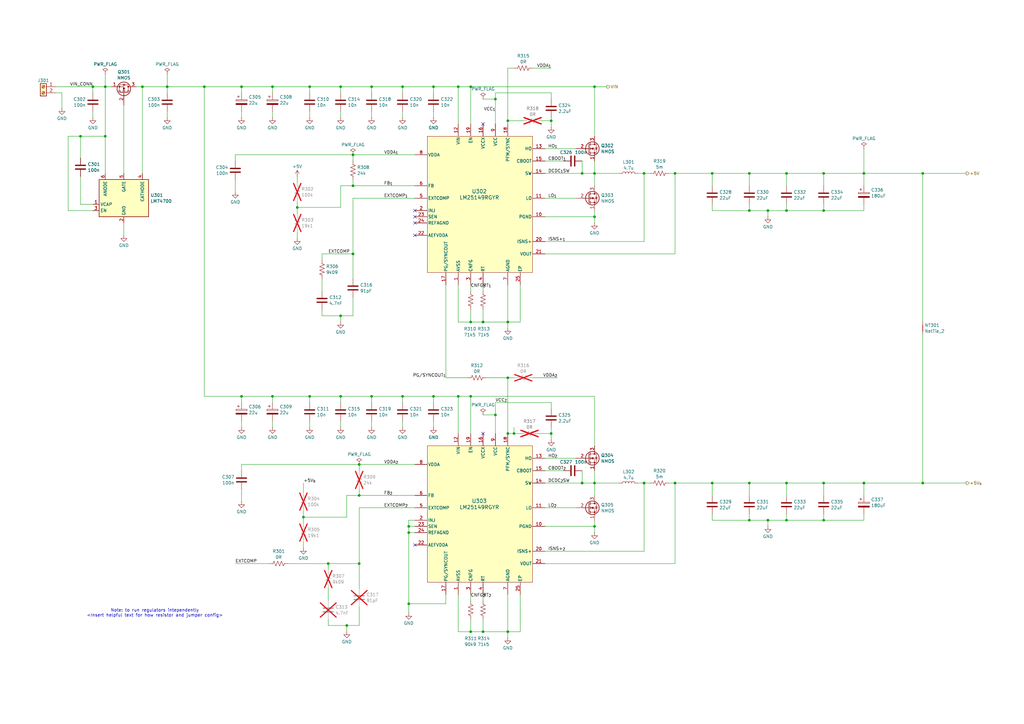
<source format=kicad_sch>
(kicad_sch (version 20231120) (generator "eeschema") (generator_version "8.0")
  (paper "A3")
  (junction (at 238.76 198.12))
  (junction (at 152.4 162.56))
  (junction (at 33.02 55.88))
  (junction (at 165.1 35.56))
  (junction (at 307.34 86.36))
  (junction (at 38.1 35.56))
  (junction (at 147.32 203.2))
  (junction (at 139.7 35.56))
  (junction (at 322.58 86.36))
  (junction (at 43.18 55.88))
  (junction (at 139.7 129.54))
  (junction (at 167.64 215.9))
  (junction (at 144.78 104.14))
  (junction (at 203.2 170.18))
  (junction (at 111.76 35.56))
  (junction (at 292.1 71.12))
  (junction (at 208.28 154.94))
  (junction (at 238.76 71.12))
  (junction (at 226.06 177.8))
  (junction (at 139.7 162.56))
  (junction (at 187.96 35.56))
  (junction (at 198.12 132.08))
  (junction (at 307.34 213.36))
  (junction (at 292.1 198.12))
  (junction (at 264.16 198.12))
  (junction (at 243.84 215.9))
  (junction (at 210.82 177.8))
  (junction (at 337.82 86.36))
  (junction (at 314.96 213.36))
  (junction (at 144.78 63.5))
  (junction (at 322.58 71.12))
  (junction (at 378.46 198.12))
  (junction (at 226.06 49.53))
  (junction (at 193.04 162.56))
  (junction (at 193.04 132.08))
  (junction (at 177.8 35.56))
  (junction (at 322.58 213.36))
  (junction (at 264.16 71.12))
  (junction (at 187.96 162.56))
  (junction (at 314.96 86.36))
  (junction (at 337.82 213.36))
  (junction (at 276.86 198.12))
  (junction (at 127 162.56))
  (junction (at 193.04 259.08))
  (junction (at 127 35.56))
  (junction (at 147.32 190.5))
  (junction (at 337.82 198.12))
  (junction (at 198.12 259.08))
  (junction (at 142.24 256.54))
  (junction (at 337.82 71.12))
  (junction (at 99.06 162.56))
  (junction (at 243.84 35.56))
  (junction (at 147.32 231.14))
  (junction (at 354.33 198.12))
  (junction (at 167.64 247.65))
  (junction (at 58.42 35.56))
  (junction (at 83.82 35.56))
  (junction (at 322.58 198.12))
  (junction (at 354.33 71.12))
  (junction (at 378.46 71.12))
  (junction (at 276.86 71.12))
  (junction (at 167.64 218.44))
  (junction (at 208.28 49.53))
  (junction (at 68.58 35.56))
  (junction (at 177.8 162.56))
  (junction (at 134.62 231.14))
  (junction (at 243.84 198.12))
  (junction (at 203.2 40.64))
  (junction (at 165.1 162.56))
  (junction (at 243.84 71.12))
  (junction (at 208.28 132.08))
  (junction (at 99.06 35.56))
  (junction (at 208.28 177.8))
  (junction (at 152.4 35.56))
  (junction (at 243.84 88.9))
  (junction (at 124.46 212.09))
  (junction (at 43.18 35.56))
  (junction (at 307.34 198.12))
  (junction (at 144.78 76.2))
  (junction (at 208.28 259.08))
  (junction (at 111.76 162.56))
  (junction (at 193.04 35.56))
  (junction (at 121.92 85.09))
  (junction (at 307.34 71.12))
  (no_connect (at 170.18 88.9))
  (no_connect (at 170.18 91.44))
  (no_connect (at 170.18 96.52))
  (no_connect (at 170.18 223.52))
  (no_connect (at 198.12 50.8))
  (no_connect (at 198.12 177.8))
  (no_connect (at 170.18 86.36))
  (wire (pts (xy 243.84 218.44) (xy 243.84 215.9)))
  (wire (pts (xy 124.46 222.25) (xy 124.46 224.79)))
  (wire (pts (xy 25.4 38.1) (xy 25.4 44.45)))
  (wire (pts (xy 223.52 215.9) (xy 243.84 215.9)))
  (wire (pts (xy 33.02 55.88) (xy 43.18 55.88)))
  (wire (pts (xy 322.58 213.36) (xy 314.96 213.36)))
  (wire (pts (xy 165.1 35.56) (xy 165.1 38.1)))
  (wire (pts (xy 182.88 116.84) (xy 182.88 154.94)))
  (wire (pts (xy 167.64 215.9) (xy 167.64 218.44)))
  (wire (pts (xy 198.12 170.18) (xy 203.2 170.18)))
  (wire (pts (xy 134.62 231.14) (xy 147.32 231.14)))
  (wire (pts (xy 187.96 162.56) (xy 177.8 162.56)))
  (wire (pts (xy 264.16 226.06) (xy 223.52 226.06)))
  (wire (pts (xy 223.52 104.14) (xy 276.86 104.14)))
  (wire (pts (xy 307.34 86.36) (xy 314.96 86.36)))
  (wire (pts (xy 139.7 45.72) (xy 139.7 48.26)))
  (wire (pts (xy 152.4 35.56) (xy 152.4 38.1)))
  (wire (pts (xy 134.62 256.54) (xy 134.62 254)))
  (wire (pts (xy 139.7 132.08) (xy 139.7 129.54)))
  (wire (pts (xy 68.58 35.56) (xy 83.82 35.56)))
  (wire (pts (xy 322.58 83.82) (xy 322.58 86.36)))
  (wire (pts (xy 213.36 116.84) (xy 213.36 132.08)))
  (wire (pts (xy 68.58 45.72) (xy 68.58 48.26)))
  (wire (pts (xy 264.16 99.06) (xy 223.52 99.06)))
  (wire (pts (xy 127 172.72) (xy 127 175.26)))
  (wire (pts (xy 147.32 208.28) (xy 147.32 231.14)))
  (wire (pts (xy 83.82 162.56) (xy 83.82 35.56)))
  (wire (pts (xy 38.1 45.72) (xy 38.1 48.26)))
  (wire (pts (xy 198.12 259.08) (xy 193.04 259.08)))
  (wire (pts (xy 144.78 73.66) (xy 144.78 76.2)))
  (wire (pts (xy 292.1 86.36) (xy 307.34 86.36)))
  (wire (pts (xy 223.52 208.28) (xy 236.22 208.28)))
  (wire (pts (xy 238.76 198.12) (xy 243.84 198.12)))
  (wire (pts (xy 165.1 172.72) (xy 165.1 175.26)))
  (wire (pts (xy 127 162.56) (xy 139.7 162.56)))
  (wire (pts (xy 99.06 35.56) (xy 99.06 38.1)))
  (wire (pts (xy 208.28 27.94) (xy 208.28 49.53)))
  (wire (pts (xy 226.06 49.53) (xy 226.06 52.07)))
  (wire (pts (xy 193.04 116.84) (xy 193.04 119.38)))
  (wire (pts (xy 127 35.56) (xy 139.7 35.56)))
  (wire (pts (xy 198.12 132.08) (xy 208.28 132.08)))
  (wire (pts (xy 121.92 82.55) (xy 121.92 85.09)))
  (wire (pts (xy 177.8 172.72) (xy 177.8 175.26)))
  (wire (pts (xy 132.08 114.3) (xy 132.08 119.38)))
  (wire (pts (xy 165.1 35.56) (xy 177.8 35.56)))
  (wire (pts (xy 238.76 71.12) (xy 243.84 71.12)))
  (wire (pts (xy 68.58 30.48) (xy 68.58 35.56)))
  (wire (pts (xy 99.06 190.5) (xy 147.32 190.5)))
  (wire (pts (xy 147.32 256.54) (xy 147.32 248.92)))
  (wire (pts (xy 134.62 233.68) (xy 134.62 231.14)))
  (wire (pts (xy 243.84 193.04) (xy 243.84 198.12)))
  (wire (pts (xy 142.24 212.09) (xy 142.24 203.2)))
  (wire (pts (xy 55.88 35.56) (xy 58.42 35.56)))
  (wire (pts (xy 152.4 35.56) (xy 165.1 35.56)))
  (wire (pts (xy 111.76 162.56) (xy 127 162.56)))
  (wire (pts (xy 139.7 129.54) (xy 132.08 129.54)))
  (wire (pts (xy 226.06 165.1) (xy 226.06 167.64)))
  (wire (pts (xy 124.46 209.55) (xy 124.46 212.09)))
  (wire (pts (xy 147.32 193.04) (xy 147.32 190.5)))
  (wire (pts (xy 208.28 259.08) (xy 213.36 259.08)))
  (wire (pts (xy 165.1 45.72) (xy 165.1 48.26)))
  (wire (pts (xy 127 45.72) (xy 127 48.26)))
  (wire (pts (xy 144.78 63.5) (xy 170.18 63.5)))
  (wire (pts (xy 124.46 198.12) (xy 124.46 201.93)))
  (wire (pts (xy 193.04 259.08) (xy 187.96 259.08)))
  (wire (pts (xy 261.62 198.12) (xy 264.16 198.12)))
  (wire (pts (xy 139.7 76.2) (xy 144.78 76.2)))
  (wire (pts (xy 243.84 66.04) (xy 243.84 71.12)))
  (wire (pts (xy 193.04 162.56) (xy 193.04 177.8)))
  (wire (pts (xy 226.06 48.26) (xy 226.06 49.53)))
  (wire (pts (xy 22.86 35.56) (xy 38.1 35.56)))
  (wire (pts (xy 210.82 175.26) (xy 210.82 177.8)))
  (wire (pts (xy 198.12 40.64) (xy 203.2 40.64)))
  (wire (pts (xy 38.1 83.82) (xy 33.02 83.82)))
  (wire (pts (xy 208.28 27.94) (xy 210.82 27.94)))
  (wire (pts (xy 378.46 198.12) (xy 396.24 198.12)))
  (wire (pts (xy 292.1 198.12) (xy 276.86 198.12)))
  (wire (pts (xy 292.1 213.36) (xy 307.34 213.36)))
  (wire (pts (xy 292.1 83.82) (xy 292.1 86.36)))
  (wire (pts (xy 99.06 35.56) (xy 111.76 35.56)))
  (wire (pts (xy 198.12 127) (xy 198.12 132.08)))
  (wire (pts (xy 165.1 162.56) (xy 165.1 165.1)))
  (wire (pts (xy 264.16 198.12) (xy 266.7 198.12)))
  (wire (pts (xy 99.06 172.72) (xy 99.06 175.26)))
  (wire (pts (xy 307.34 213.36) (xy 314.96 213.36)))
  (wire (pts (xy 167.64 247.65) (xy 167.64 251.46)))
  (wire (pts (xy 111.76 172.72) (xy 111.76 175.26)))
  (wire (pts (xy 243.84 71.12) (xy 243.84 76.2)))
  (wire (pts (xy 96.52 231.14) (xy 110.49 231.14)))
  (wire (pts (xy 58.42 35.56) (xy 68.58 35.56)))
  (wire (pts (xy 307.34 198.12) (xy 322.58 198.12)))
  (wire (pts (xy 152.4 162.56) (xy 165.1 162.56)))
  (wire (pts (xy 27.94 55.88) (xy 27.94 86.36)))
  (wire (pts (xy 43.18 35.56) (xy 45.72 35.56)))
  (wire (pts (xy 322.58 210.82) (xy 322.58 213.36)))
  (wire (pts (xy 99.06 45.72) (xy 99.06 48.26)))
  (wire (pts (xy 142.24 203.2) (xy 147.32 203.2)))
  (wire (pts (xy 354.33 213.36) (xy 337.82 213.36)))
  (wire (pts (xy 187.96 116.84) (xy 187.96 132.08)))
  (wire (pts (xy 314.96 86.36) (xy 314.96 88.9)))
  (wire (pts (xy 314.96 213.36) (xy 314.96 215.9)))
  (wire (pts (xy 208.28 50.8) (xy 208.28 49.53)))
  (wire (pts (xy 223.52 187.96) (xy 236.22 187.96)))
  (wire (pts (xy 337.82 86.36) (xy 322.58 86.36)))
  (wire (pts (xy 144.78 104.14) (xy 144.78 114.3)))
  (wire (pts (xy 167.64 215.9) (xy 170.18 215.9)))
  (wire (pts (xy 139.7 35.56) (xy 139.7 38.1)))
  (wire (pts (xy 147.32 231.14) (xy 147.32 241.3)))
  (wire (pts (xy 147.32 203.2) (xy 170.18 203.2)))
  (wire (pts (xy 337.82 198.12) (xy 354.33 198.12)))
  (wire (pts (xy 167.64 213.36) (xy 167.64 215.9)))
  (wire (pts (xy 144.78 81.28) (xy 170.18 81.28)))
  (wire (pts (xy 27.94 86.36) (xy 38.1 86.36)))
  (wire (pts (xy 99.06 200.66) (xy 99.06 205.74)))
  (wire (pts (xy 99.06 162.56) (xy 111.76 162.56)))
  (wire (pts (xy 139.7 162.56) (xy 152.4 162.56)))
  (wire (pts (xy 58.42 35.56) (xy 58.42 71.12)))
  (wire (pts (xy 307.34 203.2) (xy 307.34 198.12)))
  (wire (pts (xy 139.7 172.72) (xy 139.7 175.26)))
  (wire (pts (xy 144.78 129.54) (xy 144.78 121.92)))
  (wire (pts (xy 111.76 35.56) (xy 111.76 38.1)))
  (wire (pts (xy 111.76 35.56) (xy 127 35.56)))
  (wire (pts (xy 33.02 64.77) (xy 33.02 55.88)))
  (wire (pts (xy 124.46 212.09) (xy 142.24 212.09)))
  (wire (pts (xy 208.28 261.62) (xy 208.28 259.08)))
  (wire (pts (xy 292.1 76.2) (xy 292.1 71.12)))
  (wire (pts (xy 226.06 177.8) (xy 226.06 180.34)))
  (wire (pts (xy 208.28 154.94) (xy 210.82 154.94)))
  (wire (pts (xy 68.58 35.56) (xy 68.58 38.1)))
  (wire (pts (xy 203.2 165.1) (xy 226.06 165.1)))
  (wire (pts (xy 208.28 132.08) (xy 213.36 132.08)))
  (wire (pts (xy 243.84 71.12) (xy 254 71.12)))
  (wire (pts (xy 223.52 193.04) (xy 231.14 193.04)))
  (wire (pts (xy 198.12 243.84) (xy 198.12 246.38)))
  (wire (pts (xy 307.34 83.82) (xy 307.34 86.36)))
  (wire (pts (xy 99.06 162.56) (xy 99.06 165.1)))
  (wire (pts (xy 182.88 154.94) (xy 191.77 154.94)))
  (wire (pts (xy 243.84 198.12) (xy 243.84 203.2)))
  (wire (pts (xy 139.7 35.56) (xy 152.4 35.56)))
  (wire (pts (xy 167.64 218.44) (xy 170.18 218.44)))
  (wire (pts (xy 147.32 190.5) (xy 170.18 190.5)))
  (wire (pts (xy 198.12 116.84) (xy 198.12 119.38)))
  (wire (pts (xy 208.28 134.62) (xy 208.28 132.08)))
  (wire (pts (xy 193.04 132.08) (xy 193.04 127)))
  (wire (pts (xy 182.88 243.84) (xy 182.88 247.65)))
  (wire (pts (xy 152.4 45.72) (xy 152.4 48.26)))
  (wire (pts (xy 276.86 104.14) (xy 276.86 71.12)))
  (wire (pts (xy 223.52 66.04) (xy 231.14 66.04)))
  (wire (pts (xy 307.34 71.12) (xy 322.58 71.12)))
  (wire (pts (xy 50.8 91.44) (xy 50.8 96.52)))
  (wire (pts (xy 218.44 154.94) (xy 228.6 154.94)))
  (wire (pts (xy 193.04 162.56) (xy 243.84 162.56)))
  (wire (pts (xy 264.16 71.12) (xy 266.7 71.12)))
  (wire (pts (xy 142.24 259.08) (xy 142.24 256.54)))
  (wire (pts (xy 187.96 177.8) (xy 187.96 162.56)))
  (wire (pts (xy 354.33 83.82) (xy 354.33 86.36)))
  (wire (pts (xy 243.84 215.9) (xy 243.84 213.36)))
  (wire (pts (xy 187.96 259.08) (xy 187.96 243.84)))
  (wire (pts (xy 378.46 71.12) (xy 378.46 132.08)))
  (wire (pts (xy 354.33 71.12) (xy 378.46 71.12)))
  (wire (pts (xy 121.92 85.09) (xy 121.92 87.63)))
  (wire (pts (xy 132.08 106.68) (xy 132.08 104.14)))
  (wire (pts (xy 243.84 198.12) (xy 254 198.12)))
  (wire (pts (xy 354.33 86.36) (xy 337.82 86.36)))
  (wire (pts (xy 132.08 129.54) (xy 132.08 127)))
  (wire (pts (xy 223.52 88.9) (xy 243.84 88.9)))
  (wire (pts (xy 170.18 213.36) (xy 167.64 213.36)))
  (wire (pts (xy 193.04 243.84) (xy 193.04 246.38)))
  (wire (pts (xy 223.52 198.12) (xy 238.76 198.12)))
  (wire (pts (xy 142.24 256.54) (xy 147.32 256.54)))
  (wire (pts (xy 203.2 40.64) (xy 203.2 38.1)))
  (wire (pts (xy 177.8 35.56) (xy 187.96 35.56)))
  (wire (pts (xy 276.86 198.12) (xy 274.32 198.12)))
  (wire (pts (xy 322.58 198.12) (xy 322.58 203.2)))
  (wire (pts (xy 208.28 116.84) (xy 208.28 132.08)))
  (wire (pts (xy 292.1 210.82) (xy 292.1 213.36)))
  (wire (pts (xy 144.78 66.04) (xy 144.78 63.5)))
  (wire (pts (xy 38.1 35.56) (xy 43.18 35.56)))
  (wire (pts (xy 276.86 71.12) (xy 274.32 71.12)))
  (wire (pts (xy 121.92 95.25) (xy 121.92 97.79)))
  (wire (pts (xy 167.64 218.44) (xy 167.64 247.65)))
  (wire (pts (xy 132.08 104.14) (xy 144.78 104.14)))
  (wire (pts (xy 22.86 38.1) (xy 25.4 38.1)))
  (wire (pts (xy 322.58 86.36) (xy 314.96 86.36)))
  (wire (pts (xy 337.82 210.82) (xy 337.82 213.36)))
  (wire (pts (xy 223.52 60.96) (xy 236.22 60.96)))
  (wire (pts (xy 208.28 177.8) (xy 210.82 177.8)))
  (wire (pts (xy 177.8 35.56) (xy 177.8 38.1)))
  (wire (pts (xy 152.4 172.72) (xy 152.4 175.26)))
  (wire (pts (xy 99.06 162.56) (xy 83.82 162.56)))
  (wire (pts (xy 208.28 154.94) (xy 208.28 177.8)))
  (wire (pts (xy 187.96 35.56) (xy 187.96 50.8)))
  (wire (pts (xy 378.46 137.16) (xy 378.46 198.12)))
  (wire (pts (xy 134.62 241.3) (xy 134.62 246.38)))
  (wire (pts (xy 243.84 35.56) (xy 243.84 55.88)))
  (wire (pts (xy 292.1 71.12) (xy 276.86 71.12)))
  (wire (pts (xy 187.96 162.56) (xy 193.04 162.56)))
  (wire (pts (xy 139.7 129.54) (xy 144.78 129.54)))
  (wire (pts (xy 177.8 162.56) (xy 177.8 165.1)))
  (wire (pts (xy 152.4 162.56) (xy 152.4 165.1)))
  (wire (pts (xy 38.1 35.56) (xy 38.1 38.1)))
  (wire (pts (xy 147.32 200.66) (xy 147.32 203.2)))
  (wire (pts (xy 213.36 243.84) (xy 213.36 259.08)))
  (wire (pts (xy 127 162.56) (xy 127 165.1)))
  (wire (pts (xy 354.33 210.82) (xy 354.33 213.36)))
  (wire (pts (xy 354.33 198.12) (xy 354.33 203.2)))
  (wire (pts (xy 193.04 35.56) (xy 243.84 35.56)))
  (wire (pts (xy 264.16 198.12) (xy 264.16 226.06)))
  (wire (pts (xy 292.1 71.12) (xy 307.34 71.12)))
  (wire (pts (xy 337.82 71.12) (xy 354.33 71.12)))
  (wire (pts (xy 182.88 247.65) (xy 167.64 247.65)))
  (wire (pts (xy 243.84 162.56) (xy 243.84 182.88)))
  (wire (pts (xy 198.12 254) (xy 198.12 259.08)))
  (wire (pts (xy 337.82 198.12) (xy 337.82 203.2)))
  (wire (pts (xy 124.46 212.09) (xy 124.46 214.63)))
  (wire (pts (xy 354.33 198.12) (xy 378.46 198.12)))
  (wire (pts (xy 226.06 175.26) (xy 226.06 177.8)))
  (wire (pts (xy 218.44 27.94) (xy 226.06 27.94)))
  (wire (pts (xy 223.52 231.14) (xy 276.86 231.14)))
  (wire (pts (xy 142.24 256.54) (xy 134.62 256.54)))
  (wire (pts (xy 193.04 35.56) (xy 193.04 50.8)))
  (wire (pts (xy 43.18 55.88) (xy 43.18 71.12)))
  (wire (pts (xy 264.16 71.12) (xy 264.16 99.06)))
  (wire (pts (xy 121.92 85.09) (xy 139.7 85.09)))
  (wire (pts (xy 322.58 71.12) (xy 322.58 76.2)))
  (wire (pts (xy 307.34 210.82) (xy 307.34 213.36)))
  (wire (pts (xy 43.18 30.48) (xy 43.18 35.56)))
  (wire (pts (xy 83.82 35.56) (xy 99.06 35.56)))
  (wire (pts (xy 307.34 76.2) (xy 307.34 71.12)))
  (wire (pts (xy 337.82 213.36) (xy 322.58 213.36)))
  (wire (pts (xy 322.58 198.12) (xy 337.82 198.12)))
  (wire (pts (xy 203.2 50.8) (xy 203.2 40.64)))
  (wire (pts (xy 243.84 88.9) (xy 243.84 86.36)))
  (wire (pts (xy 127 35.56) (xy 127 38.1)))
  (wire (pts (xy 223.52 71.12) (xy 238.76 71.12)))
  (wire (pts (xy 139.7 85.09) (xy 139.7 76.2)))
  (wire (pts (xy 292.1 198.12) (xy 307.34 198.12)))
  (wire (pts (xy 193.04 259.08) (xy 193.04 254)))
  (wire (pts (xy 226.06 38.1) (xy 226.06 40.64)))
  (wire (pts (xy 322.58 71.12) (xy 337.82 71.12)))
  (wire (pts (xy 223.52 81.28) (xy 236.22 81.28)))
  (wire (pts (xy 96.52 73.66) (xy 96.52 78.74)))
  (wire (pts (xy 222.25 49.53) (xy 226.06 49.53)))
  (wire (pts (xy 337.82 83.82) (xy 337.82 86.36)))
  (wire (pts (xy 147.32 208.28) (xy 170.18 208.28)))
  (wire (pts (xy 203.2 165.1) (xy 203.2 170.18)))
  (wire (pts (xy 354.33 71.12) (xy 354.33 76.2)))
  (wire (pts (xy 144.78 76.2) (xy 170.18 76.2)))
  (wire (pts (xy 187.96 35.56) (xy 193.04 35.56)))
  (wire (pts (xy 177.8 45.72) (xy 177.8 48.26)))
  (wire (pts (xy 43.18 35.56) (xy 43.18 55.88)))
  (wire (pts (xy 238.76 198.12) (xy 238.76 193.04)))
  (wire (pts (xy 111.76 45.72) (xy 111.76 48.26)))
  (wire (pts (xy 198.12 132.08) (xy 193.04 132.08)))
  (wire (pts (xy 203.2 38.1) (xy 226.06 38.1)))
  (wire (pts (xy 118.11 231.14) (xy 134.62 231.14)))
  (wire (pts (xy 33.02 55.88) (xy 27.94 55.88)))
  (wire (pts (xy 243.84 91.44) (xy 243.84 88.9)))
  (wire (pts (xy 276.86 231.14) (xy 276.86 198.12)))
  (wire (pts (xy 292.1 203.2) (xy 292.1 198.12)))
  (wire (pts (xy 203.2 170.18) (xy 203.2 177.8)))
  (wire (pts (xy 220.98 177.8) (xy 226.06 177.8)))
  (wire (pts (xy 210.82 177.8) (xy 213.36 177.8)))
  (wire (pts (xy 238.76 71.12) (xy 238.76 66.04)))
  (wire (pts (xy 208.28 259.08) (xy 208.28 243.84)))
  (wire (pts (xy 144.78 81.28) (xy 144.78 104.14)))
  (wire (pts (xy 199.39 154.94) (xy 208.28 154.94)))
  (wire (pts (xy 354.33 60.96) (xy 354.33 71.12)))
  (wire (pts (xy 96.52 63.5) (xy 144.78 63.5)))
  (wire (pts (xy 111.76 162.56) (xy 111.76 165.1)))
  (wire (pts (xy 337.82 71.12) (xy 337.82 76.2)))
  (wire (pts (xy 396.24 71.12) (xy 378.46 71.12)))
  (wire (pts (xy 198.12 259.08) (xy 208.28 259.08)))
  (wire (pts (xy 139.7 162.56) (xy 139.7 165.1)))
  (wire (pts (xy 99.06 190.5) (xy 99.06 193.04)))
  (wire (pts (xy 177.8 162.56) (xy 165.1 162.56)))
  (wire (pts (xy 96.52 63.5) (xy 96.52 66.04)))
  (wire (pts (xy 208.28 49.53) (xy 214.63 49.53)))
  (wire (pts (xy 121.92 72.39) (xy 121.92 74.93)))
  (wire (pts (xy 243.84 35.56) (xy 248.92 35.56)))
  (wire (pts (xy 33.02 83.82) (xy 33.02 72.39)))
  (wire (pts (xy 50.8 43.18) (xy 50.8 71.12)))
  (wire (pts (xy 261.62 71.12) (xy 264.16 71.12)))
  (wire (pts (xy 193.04 132.08) (xy 187.96 132.08)))
  (text "Note: to run regulators intependently\n<Insert helpful text for how resistor and jumper config>" (at 63.5 251.46 0) (effects (font (size 1.27 1.27))))
  (label "RT_{2}" (at 198.12 245.11 0))
  (label "FB_{1}" (at 157.48 76.2 0))
  (label "VCC_{1}" (at 203.2 45.72 180))
  (label "EXTCOMP" (at 134.62 104.14 0))
  (label "CNFG_{1}" (at 193.04 118.11 0))
  (label "VDDA_{2}" (at 157.48 190.5 0))
  (label "EXTCOMP_{1}" (at 157.48 81.28 0))
  (label "VCC_{2}" (at 203.2 165.1 0))
  (label "PG{slash}SYNCOUT_{1}" (at 182.88 154.94 180))
  (label "VDDA_{2}" (at 228.6 154.94 180))
  (label "DCDC_{1}SW" (at 224.79 71.12 0))
  (label "EXTCOMP_{2}" (at 157.48 208.28 0))
  (label "VDDA_{1}" (at 157.48 63.5 0))
  (label "VIN_CONN" (at 38.1 35.56 180))
  (label "HO_{2}" (at 224.79 187.96 0))
  (label "ISNS+_{1}" (at 224.79 99.06 0))
  (label "LO_{2}" (at 224.79 208.28 0))
  (label "+5V_{b}" (at 124.46 198.12 0))
  (label "CBOOT_{2}" (at 224.79 193.04 0))
  (label "VDDA_{1}" (at 226.06 27.94 180))
  (label "CBOOT_{1}" (at 224.79 66.04 0))
  (label "CNFG_{2}" (at 193.04 245.11 0))
  (label "DCDC_{2}SW" (at 224.79 198.12 0))
  (label "LO_{1}" (at 224.79 81.28 0))
  (label "RT_{1}" (at 198.12 118.11 0))
  (label "EXTCOMP" (at 96.52 231.14 0))
  (label "FB_{2}" (at 157.48 203.2 0))
  (label "ISNS+_{2}" (at 224.79 226.06 0))
  (label "HO_{1}" (at 224.79 60.96 0))
  (hierarchical_label "+5V" (shape output) (at 396.24 71.12 0))
  (hierarchical_label "VIN" (shape output) (at 248.92 35.56 0))
  (hierarchical_label "+5V_{b}" (shape output) (at 396.24 198.12 0))
  (symbol (lib_id "Device:C") (at 144.78 118.11 0) (unit 1)
    (property "Reference" "C316" (at 147.701 116.8978 0) (effects (justify left)))
    (property "Value" "91pF" (at 147.701 119.3221 0) (effects (justify left)))
    (property "Footprint" "Capacitor_SMD:C_0603_1608Metric" (effects (hide yes)))
    (property "Description" "Unpolarized capacitor" (effects (hide yes)))
  )
  (symbol (lib_id "power:PWR_FLAG") (at 198.12 170.18 0) (unit 1)
    (property "Reference" "#FLG0305" (effects (hide yes)))
    (property "Value" "PWR_FLAG" (at 198.12 166.0469 0))
    (property "Description" "Special symbol for telling ERC where power comes from" (effects (hide yes)))
  )
  (symbol (lib_id "power:GND") (at 243.84 218.44 0) (unit 1)
    (property "Reference" "#PWR0332" (effects (hide yes)))
    (property "Value" "GND" (at 243.84 222.5731 0))
    (property "Description" "Power symbol creates a global label with name \"GND\" , ground" (effects (hide yes)))
  )
  (symbol (lib_id "Device:R_US") (at 198.12 123.19 0) (unit 1)
    (property "Reference" "R313" (at 195.834 134.874 0) (effects (justify left)))
    (property "Value" "71k5" (at 195.834 137.2983 0) (effects (justify left)))
    (property "Footprint" "Resistor_SMD:R_0603_1608Metric" (effects (hide yes)))
    (property "Description" "Resistor, US symbol" (effects (hide yes)))
  )
  (symbol (lib_id "power:GND") (at 142.24 259.08 0) (unit 1)
    (property "Reference" "#PWR0319" (effects (hide yes)))
    (property "Value" "GND" (at 142.24 263.2131 0))
    (property "Description" "Power symbol creates a global label with name \"GND\" , ground" (effects (hide yes)))
  )
  (symbol (lib_id "Device:C") (at 322.58 207.01 0) (unit 1)
    (property "Reference" "C333" (at 325.501 205.7978 0) (effects (justify left)))
    (property "Value" "22uF" (at 325.501 208.2221 0) (effects (justify left)))
    (property "Footprint" "Capacitor_SMD:C_0805_2012Metric" (effects (hide yes)))
    (property "Description" "Unpolarized capacitor" (effects (hide yes)))
    (property "LCSC" "C441864" (effects (hide yes)))
  )
  (symbol (lib_id "Device:Q_NMOS_SGD") (at 241.3 187.96 0) (unit 1)
    (property "Reference" "Q304" (at 246.507 186.7478 0) (effects (justify left)))
    (property "Value" "NMOS" (at 246.507 189.1721 0) (effects (justify left)))
    (property "Footprint" "Package_SON:VSONP-8-1EP_5x6_P1.27mm" (effects (hide yes)))
    (property "Description" "N-MOSFET transistor, source/gate/drain" (effects (hide yes)))
    (property "Sim.Device" "NMOS" (effects (hide yes)))
    (property "Sim.Type" "VDMOS" (effects (hide yes)))
    (property "Sim.Pins" "1=D 2=G 3=S" (effects (hide yes)))
    (property "LCSC" "C2683366" (effects (hide yes)))
  )
  (symbol (lib_id "Device:C") (at 127 168.91 0) (unit 1)
    (property "Reference" "C311" (at 129.921 167.6978 0) (effects (justify left)))
    (property "Value" "10n" (at 129.921 170.1221 0) (effects (justify left)))
    (property "Footprint" "Capacitor_SMD:C_0402_1005Metric" (effects (hide yes)))
    (property "Description" "Unpolarized capacitor" (effects (hide yes)))
    (property "LCSC" " C15195" (effects (hide yes)))
  )
  (symbol (lib_id "power:GND") (at 96.52 78.74 0) (unit 1)
    (property "Reference" "#PWR0305" (effects (hide yes)))
    (property "Value" "GND" (at 96.52 82.8731 0))
    (property "Description" "Power symbol creates a global label with name \"GND\" , ground" (effects (hide yes)))
  )
  (symbol (lib_id "Device:C") (at 99.06 196.85 0) (mirror y) (unit 1)
    (property "Reference" "C307" (at 96.139 195.6378 0) (effects (justify left)))
    (property "Value" "100n" (at 96.139 198.0621 0) (effects (justify left)))
    (property "Footprint" "Capacitor_SMD:C_0402_1005Metric" (effects (hide yes)))
    (property "Description" "Unpolarized capacitor" (effects (hide yes)))
    (property "LCSC" "C1525" (effects (hide yes)))
  )
  (symbol (lib_id "SkrooterLib:LM25149RGYR") (at 170.18 185.42 0) (unit 1)
    (property "Reference" "U303" (at 196.596 205.486 0) (effects (font (size 1.524 1.524))))
    (property "Value" "LM25149RGYR" (at 196.596 208.026 0) (effects (font (size 1.524 1.524))))
    (property "Footprint" "Skrooter_footprints:RGY0024E-MFG" (effects (hide yes)))
    (property "Datasheet" "LM25149RGYR" (effects (hide yes)))
  )
  (symbol (lib_id "Connector:Screw_Terminal_01x02") (at 17.78 35.56 0) (mirror y) (unit 1)
    (property "Reference" "J301" (at 17.78 33.02 0))
    (property "Value" "Screw_Terminal_01x02" (effects (hide yes)))
    (property "Footprint" "Connector_Phoenix_MSTB:PhoenixContact_MSTBVA_2,5_2-G-5,08_1x02_P5.08mm_Vertical" (effects (hide yes)))
    (property "Description" "Generic screw terminal, single row, 01x02, script generated (kicad-library-utils/schlib/autogen/connector/)" (effects (hide yes)))
  )
  (symbol (lib_id "Device:C") (at 139.7 41.91 0) (unit 1)
    (property "Reference" "C314" (at 142.621 40.6978 0) (effects (justify left)))
    (property "Value" "10n" (at 142.621 43.1221 0) (effects (justify left)))
    (property "Footprint" "Capacitor_SMD:C_0402_1005Metric" (effects (hide yes)))
    (property "Description" "Unpolarized capacitor" (effects (hide yes)))
    (property "LCSC" " C15195" (effects (hide yes)))
  )
  (symbol (lib_id "power:+5V") (at 121.92 72.39 0) (unit 1)
    (property "Reference" "#PWR0311" (effects (hide yes)))
    (property "Value" "+5V" (at 121.92 68.2569 0))
    (property "Description" "Power symbol creates a global label with name \"+5V\"" (effects (hide yes)))
  )
  (symbol (lib_id "power:GND") (at 165.1 175.26 0) (unit 1)
    (property "Reference" "#PWR0323" (effects (hide yes)))
    (property "Value" "GND" (at 165.1 179.3931 0))
    (property "Description" "Power symbol creates a global label with name \"GND\" , ground" (effects (hide yes)))
  )
  (symbol (lib_id "Device:C_Polarized") (at 354.33 207.01 0) (unit 1)
    (property "Reference" "C337" (at 357.251 204.9088 0) (effects (justify left)))
    (property "Value" "180uF" (at 357.251 207.3331 0) (effects (justify left)))
    (property "Footprint" "Capacitor_SMD:C_Elec_6.3x5.8" (effects (hide yes)))
    (property "Description" "Polarized capacitor" (effects (hide yes)))
    (property "LCSC" "C136277" (effects (hide yes)))
  )
  (symbol (lib_id "Device:R_US") (at 198.12 250.19 0) (unit 1)
    (property "Reference" "R314" (at 195.834 261.874 0) (effects (justify left)))
    (property "Value" "71k5" (at 195.834 264.2983 0) (effects (justify left)))
    (property "Footprint" "Resistor_SMD:R_0603_1608Metric" (effects (hide yes)))
    (property "Description" "Resistor, US symbol" (effects (hide yes)))
  )
  (symbol (lib_id "Device:R_US") (at 134.62 237.49 0) (unit 1) (in_bom no) (dnp yes)
    (property "Reference" "R307" (at 136.271 236.2778 0) (effects (justify left)))
    (property "Value" "9k09" (at 136.271 238.7021 0) (effects (justify left)))
    (property "Footprint" "Resistor_SMD:R_0603_1608Metric" (effects (hide yes)))
    (property "Description" "Resistor, US symbol" (effects (hide yes)))
  )
  (symbol (lib_id "Device:C") (at 132.08 123.19 0) (unit 1)
    (property "Reference" "C312" (at 135.001 121.9778 0) (effects (justify left)))
    (property "Value" "4.7nF" (at 135.001 124.4021 0) (effects (justify left)))
    (property "Footprint" "Capacitor_SMD:C_0603_1608Metric" (effects (hide yes)))
    (property "Description" "Unpolarized capacitor" (effects (hide yes)))
  )
  (symbol (lib_id "Device:C") (at 177.8 168.91 0) (unit 1)
    (property "Reference" "C323" (at 180.721 167.6978 0) (effects (justify left)))
    (property "Value" "10n" (at 180.721 170.1221 0) (effects (justify left)))
    (property "Footprint" "Capacitor_SMD:C_0402_1005Metric" (effects (hide yes)))
    (property "Description" "Unpolarized capacitor" (effects (hide yes)))
    (property "LCSC" " C15195" (effects (hide yes)))
  )
  (symbol (lib_id "power:GND") (at 314.96 215.9 0) (unit 1)
    (property "Reference" "#PWR0334" (effects (hide yes)))
    (property "Value" "GND" (at 314.96 220.0331 0))
    (property "Description" "Power symbol creates a global label with name \"GND\" , ground" (effects (hide yes)))
  )
  (symbol (lib_id "power:GND") (at 208.28 134.62 0) (unit 1)
    (property "Reference" "#PWR0327" (effects (hide yes)))
    (property "Value" "GND" (at 208.28 138.7531 0))
    (property "Description" "Power symbol creates a global label with name \"GND\" , ground" (effects (hide yes)))
  )
  (symbol (lib_id "power:PWR_FLAG") (at 198.12 40.64 0) (unit 1)
    (property "Reference" "#FLG0304" (effects (hide yes)))
    (property "Value" "PWR_FLAG" (at 198.12 36.5069 0))
    (property "Description" "Special symbol for telling ERC where power comes from" (effects (hide yes)))
  )
  (symbol (lib_id "power:GND") (at 99.06 48.26 0) (unit 1)
    (property "Reference" "#PWR0306" (effects (hide yes)))
    (property "Value" "GND" (at 99.06 52.3931 0))
    (property "Description" "Power symbol creates a global label with name \"GND\" , ground" (effects (hide yes)))
  )
  (symbol (lib_id "Device:C") (at 292.1 80.01 0) (unit 1)
    (property "Reference" "C328" (at 295.021 78.7978 0) (effects (justify left)))
    (property "Value" "22uF" (at 295.021 81.2221 0) (effects (justify left)))
    (property "Footprint" "Capacitor_SMD:C_0805_2012Metric" (effects (hide yes)))
    (property "Description" "Unpolarized capacitor" (effects (hide yes)))
    (property "LCSC" "C441864" (effects (hide yes)))
  )
  (symbol (lib_id "Device:C") (at 337.82 80.01 0) (unit 1)
    (property "Reference" "C334" (at 340.741 78.7978 0) (effects (justify left)))
    (property "Value" "22uF" (at 340.741 81.2221 0) (effects (justify left)))
    (property "Footprint" "Capacitor_SMD:C_0805_2012Metric" (effects (hide yes)))
    (property "Description" "Unpolarized capacitor" (effects (hide yes)))
    (property "LCSC" "C441864" (effects (hide yes)))
  )
  (symbol (lib_id "Device:C") (at 147.32 245.11 0) (unit 1) (in_bom no) (dnp yes)
    (property "Reference" "C317" (at 150.241 243.8978 0) (effects (justify left)))
    (property "Value" "91pF" (at 150.241 246.3221 0) (effects (justify left)))
    (property "Footprint" "Capacitor_SMD:C_0603_1608Metric" (effects (hide yes)))
    (property "Description" "Unpolarized capacitor" (effects (hide yes)))
  )
  (symbol (lib_id "power:PWR_FLAG") (at 147.32 190.5 0) (unit 1)
    (property "Reference" "#FLG0301" (effects (hide yes)))
    (property "Value" "PWR_FLAG" (at 147.32 186.3669 0))
    (property "Description" "Special symbol for telling ERC where power comes from" (effects (hide yes)))
  )
  (symbol (lib_id "power:GND") (at 121.92 97.79 0) (unit 1)
    (property "Reference" "#PWR0312" (effects (hide yes)))
    (property "Value" "GND" (at 121.92 101.9231 0))
    (property "Description" "Power symbol creates a global label with name \"GND\" , ground" (effects (hide yes)))
  )
  (symbol (lib_id "power:GND") (at 152.4 48.26 0) (unit 1)
    (property "Reference" "#PWR0320" (effects (hide yes)))
    (property "Value" "GND" (at 152.4 52.3931 0))
    (property "Description" "Power symbol creates a global label with name \"GND\" , ground" (effects (hide yes)))
  )
  (symbol (lib_id "Device:Q_NMOS_SGD") (at 241.3 208.28 0) (unit 1)
    (property "Reference" "Q305" (at 246.507 207.0678 0) (effects (justify left)))
    (property "Value" "NMOS" (at 246.507 209.4921 0) (effects (justify left)))
    (property "Footprint" "Package_SON:VSONP-8-1EP_5x6_P1.27mm" (effects (hide yes)))
    (property "Description" "N-MOSFET transistor, source/gate/drain" (effects (hide yes)))
    (property "Sim.Device" "NMOS" (effects (hide yes)))
    (property "Sim.Type" "VDMOS" (effects (hide yes)))
    (property "Sim.Pins" "1=D 2=G 3=S" (effects (hide yes)))
    (property "LCSC" "C2683366" (effects (hide yes)))
  )
  (symbol (lib_id "Device:L") (at 257.81 71.12 90) (unit 1)
    (property "Reference" "L301" (at 257.81 66.4702 90))
    (property "Value" "4.7u" (at 257.81 68.8945 90))
    (property "Footprint" "Inductor_SMD:L_Vishay_IHLP-6767" (effects (hide yes)))
    (property "Description" "Inductor" (effects (hide yes)))
    (property "model" "IHLP6767GZER4R7M01" (effects (hide yes)))
    (property "LCSC" "C2042136" (effects (hide yes)))
  )
  (symbol (lib_id "Device:R_US") (at 270.51 198.12 90) (unit 1)
    (property "Reference" "R320" (at 270.51 193.0865 90))
    (property "Value" "5m" (at 270.51 195.5108 90))
    (property "Footprint" "Resistor_SMD:R_2010_5025Metric" (effects (hide yes)))
    (property "Description" "Resistor, US symbol" (effects (hide yes)))
    (property "LCSC" "C6605055" (effects (hide yes)))
  )
  (symbol (lib_id "power:GND") (at 177.8 175.26 0) (unit 1)
    (property "Reference" "#PWR0326" (effects (hide yes)))
    (property "Value" "GND" (at 177.8 179.3931 0))
    (property "Description" "Power symbol creates a global label with name \"GND\" , ground" (effects (hide yes)))
  )
  (symbol (lib_id "Device:C") (at 139.7 168.91 0) (unit 1)
    (property "Reference" "C315" (at 142.621 167.6978 0) (effects (justify left)))
    (property "Value" "10n" (at 142.621 170.1221 0) (effects (justify left)))
    (property "Footprint" "Capacitor_SMD:C_0402_1005Metric" (effects (hide yes)))
    (property "Description" "Unpolarized capacitor" (effects (hide yes)))
    (property "LCSC" " C15195" (effects (hide yes)))
  )
  (symbol (lib_id "power:GND") (at 25.4 44.45 0) (unit 1)
    (property "Reference" "#PWR0301" (effects (hide yes)))
    (property "Value" "GND" (at 25.4 48.5831 0))
    (property "Description" "Power symbol creates a global label with name \"GND\" , ground" (effects (hide yes)))
  )
  (symbol (lib_id "Device:R_US") (at 218.44 49.53 90) (unit 1) (in_bom no) (dnp yes)
    (property "Reference" "R318" (at 218.44 44.4965 90))
    (property "Value" "0R" (at 218.44 46.9208 90))
    (property "Footprint" "Resistor_SMD:R_0402_1005Metric" (effects (hide yes)))
    (property "Description" "Resistor, US symbol" (effects (hide yes)))
    (property "LCSC" "C17168" (effects (hide yes)))
  )
  (symbol (lib_id "power:PWR_FLAG") (at 43.18 30.48 0) (unit 1)
    (property "Reference" "#FLG0303" (effects (hide yes)))
    (property "Value" "PWR_FLAG" (at 43.18 26.3469 0))
    (property "Description" "Special symbol for telling ERC where power comes from" (effects (hide yes)))
  )
  (symbol (lib_id "Device:C_Polarized") (at 111.76 41.91 0) (unit 1)
    (property "Reference" "C308" (at 114.681 39.8088 0) (effects (justify left)))
    (property "Value" "22u" (at 114.681 42.2331 0) (effects (justify left)))
    (property "Footprint" "Capacitor_SMD:C_Elec_6.3x5.8" (effects (hide yes)))
    (property "Description" "Polarized capacitor" (effects (hide yes)))
    (property "LCSC" "C525606" (effects (hide yes)))
  )
  (symbol (lib_id "Device:NetTie_2") (at 378.46 134.62 90) (unit 1) (in_bom no)
    (property "Reference" "NT301" (at 379.222 133.4078 90) (effects (justify right)))
    (property "Value" "NetTie_2" (at 379.222 135.8321 90) (effects (justify right)))
    (property "Footprint" "NetTie:NetTie-2_SMD_Pad2.0mm" (effects (hide yes)))
    (property "Description" "Net tie, 2 pins" (effects (hide yes)))
  )
  (symbol (lib_id "power:GND") (at 124.46 224.79 0) (unit 1)
    (property "Reference" "#PWR0313" (effects (hide yes)))
    (property "Value" "GND" (at 124.46 228.9231 0))
    (property "Description" "Power symbol creates a global label with name \"GND\" , ground" (effects (hide yes)))
  )
  (symbol (lib_id "Device:C") (at 337.82 207.01 0) (unit 1)
    (property "Reference" "C335" (at 340.741 205.7978 0) (effects (justify left)))
    (property "Value" "22uF" (at 340.741 208.2221 0) (effects (justify left)))
    (property "Footprint" "Capacitor_SMD:C_0805_2012Metric" (effects (hide yes)))
    (property "Description" "Unpolarized capacitor" (effects (hide yes)))
    (property "LCSC" "C441864" (effects (hide yes)))
  )
  (symbol (lib_id "power:GND") (at 139.7 132.08 0) (unit 1)
    (property "Reference" "#PWR0317" (effects (hide yes)))
    (property "Value" "GND" (at 139.7 136.2131 0))
    (property "Description" "Power symbol creates a global label with name \"GND\" , ground" (effects (hide yes)))
  )
  (symbol (lib_id "power:GND") (at 243.84 91.44 0) (unit 1)
    (property "Reference" "#PWR0331" (effects (hide yes)))
    (property "Value" "GND" (at 243.84 95.5731 0))
    (property "Description" "Power symbol creates a global label with name \"GND\" , ground" (effects (hide yes)))
  )
  (symbol (lib_id "Device:R_US") (at 121.92 78.74 0) (unit 1) (in_bom no) (dnp yes)
    (property "Reference" "R302" (at 123.571 77.5278 0) (effects (justify left)))
    (property "Value" "100k" (at 123.571 79.9521 0) (effects (justify left)))
    (property "Footprint" "Resistor_SMD:R_0603_1608Metric" (effects (hide yes)))
    (property "Description" "Resistor, US symbol" (effects (hide yes)))
  )
  (symbol (lib_id "power:GND") (at 167.64 251.46 0) (unit 1)
    (property "Reference" "#PWR0324" (effects (hide yes)))
    (property "Value" "GND" (at 167.64 255.5931 0))
    (property "Description" "Power symbol creates a global label with name \"GND\" , ground" (effects (hide yes)))
  )
  (symbol (lib_id "power:GND") (at 111.76 48.26 0) (unit 1)
    (property "Reference" "#PWR0309" (effects (hide yes)))
    (property "Value" "GND" (at 111.76 52.3931 0))
    (property "Description" "Power symbol creates a global label with name \"GND\" , ground" (effects (hide yes)))
  )
  (symbol (lib_id "power:GND") (at 177.8 48.26 0) (unit 1)
    (property "Reference" "#PWR0325" (effects (hide yes)))
    (property "Value" "GND" (at 177.8 52.3931 0))
    (property "Description" "Power symbol creates a global label with name \"GND\" , ground" (effects (hide yes)))
  )
  (symbol (lib_id "Device:R_US") (at 217.17 177.8 90) (unit 1) (in_bom no) (dnp yes)
    (property "Reference" "R317" (at 217.17 172.7665 90))
    (property "Value" "0R" (at 217.17 175.1908 90))
    (property "Footprint" "Resistor_SMD:R_0402_1005Metric" (effects (hide yes)))
    (property "Description" "Resistor, US symbol" (effects (hide yes)))
    (property "LCSC" "C17168" (effects (hide yes)))
  )
  (symbol (lib_id "power:PWR_FLAG") (at 354.33 60.96 0) (unit 1)
    (property "Reference" "#FLG0307" (effects (hide yes)))
    (property "Value" "PWR_FLAG" (at 354.33 56.8269 0))
    (property "Description" "Special symbol for telling ERC where power comes from" (effects (hide yes)))
  )
  (symbol (lib_id "Device:C") (at 165.1 41.91 0) (unit 1)
    (property "Reference" "C320" (at 168.021 40.6978 0) (effects (justify left)))
    (property "Value" "10n" (at 168.021 43.1221 0) (effects (justify left)))
    (property "Footprint" "Capacitor_SMD:C_0402_1005Metric" (effects (hide yes)))
    (property "Description" "Unpolarized capacitor" (effects (hide yes)))
    (property "LCSC" " C15195" (effects (hide yes)))
  )
  (symbol (lib_id "Device:C") (at 226.06 171.45 0) (unit 1)
    (property "Reference" "C325" (at 228.981 170.2378 0) (effects (justify left)))
    (property "Value" "2.2uF" (at 228.981 172.6621 0) (effects (justify left)))
    (property "Footprint" "Capacitor_SMD:C_0603_1608Metric" (effects (hide yes)))
    (property "Description" "Unpolarized capacitor" (effects (hide yes)))
    (property "LCSC" "C23630" (effects (hide yes)))
  )
  (symbol (lib_id "power:GND") (at 226.06 180.34 0) (unit 1)
    (property "Reference" "#PWR0330" (effects (hide yes)))
    (property "Value" "GND" (at 226.06 184.4731 0))
    (property "Description" "Power symbol creates a global label with name \"GND\" , ground" (effects (hide yes)))
  )
  (symbol (lib_id "Device:R_US") (at 132.08 110.49 0) (unit 1)
    (property "Reference" "R306" (at 133.731 109.2778 0) (effects (justify left)))
    (property "Value" "9k09" (at 133.731 111.7021 0) (effects (justify left)))
    (property "Footprint" "Resistor_SMD:R_0603_1608Metric" (effects (hide yes)))
    (property "Description" "Resistor, US symbol" (effects (hide yes)))
  )
  (symbol (lib_id "Device:C") (at 152.4 41.91 0) (unit 1)
    (property "Reference" "C318" (at 155.321 40.6978 0) (effects (justify left)))
    (property "Value" "10n" (at 155.321 43.1221 0) (effects (justify left)))
    (property "Footprint" "Capacitor_SMD:C_0402_1005Metric" (effects (hide yes)))
    (property "Description" "Unpolarized capacitor" (effects (hide yes)))
    (property "LCSC" " C15195" (effects (hide yes)))
  )
  (symbol (lib_id "Device:Q_NMOS_SGD") (at 241.3 81.28 0) (unit 1)
    (property "Reference" "Q303" (at 246.507 80.0678 0) (effects (justify left)))
    (property "Value" "NMOS" (at 246.507 82.4921 0) (effects (justify left)))
    (property "Footprint" "Package_SON:VSONP-8-1EP_5x6_P1.27mm" (effects (hide yes)))
    (property "Description" "N-MOSFET transistor, source/gate/drain" (effects (hide yes)))
    (property "Sim.Device" "NMOS" (effects (hide yes)))
    (property "Sim.Type" "VDMOS" (effects (hide yes)))
    (property "Sim.Pins" "1=D 2=G 3=S" (effects (hide yes)))
    (property "LCSC" "C2683366" (effects (hide yes)))
  )
  (symbol (lib_id "power:GND") (at 208.28 261.62 0) (unit 1)
    (property "Reference" "#PWR0328" (effects (hide yes)))
    (property "Value" "GND" (at 208.28 265.7531 0))
    (property "Description" "Power symbol creates a global label with name \"GND\" , ground" (effects (hide yes)))
  )
  (symbol (lib_id "Device:C") (at 33.02 68.58 0) (mirror y) (unit 1)
    (property "Reference" "C301" (at 35.941 67.3678 0) (effects (justify right)))
    (property "Value" "100n" (at 35.941 69.7921 0) (effects (justify right)))
    (property "Footprint" "Capacitor_SMD:C_0805_2012Metric" (effects (hide yes)))
    (property "Description" "Unpolarized capacitor" (effects (hide yes)))
    (property "LCSC" "C28233" (effects (hide yes)))
  )
  (symbol (lib_id "Device:C") (at 177.8 41.91 0) (unit 1)
    (property "Reference" "C322" (at 180.721 40.6978 0) (effects (justify left)))
    (property "Value" "10n" (at 180.721 43.1221 0) (effects (justify left)))
    (property "Footprint" "Capacitor_SMD:C_0402_1005Metric" (effects (hide yes)))
    (property "Description" "Unpolarized capacitor" (effects (hide yes)))
    (property "LCSC" " C15195" (effects (hide yes)))
  )
  (symbol (lib_id "Device:L") (at 257.81 198.12 90) (unit 1)
    (property "Reference" "L302" (at 257.81 193.4702 90))
    (property "Value" "4.7u" (at 257.81 195.8945 90))
    (property "Footprint" "Inductor_SMD:L_Vishay_IHLP-6767" (effects (hide yes)))
    (property "Description" "Inductor" (effects (hide yes)))
    (property "LCSC" "C2042136" (effects (hide yes)))
  )
  (symbol (lib_id "Device:C") (at 292.1 207.01 0) (unit 1)
    (property "Reference" "C329" (at 295.021 205.7978 0) (effects (justify left)))
    (property "Value" "22uF" (at 295.021 208.2221 0) (effects (justify left)))
    (property "Footprint" "Capacitor_SMD:C_0805_2012Metric" (effects (hide yes)))
    (property "Description" "Unpolarized capacitor" (effects (hide yes)))
    (property "LCSC" "C441864" (effects (hide yes)))
  )
  (symbol (lib_id "Device:C_Polarized") (at 99.06 41.91 0) (unit 1)
    (property "Reference" "C305" (at 101.981 39.8088 0) (effects (justify left)))
    (property "Value" "22u" (at 101.981 42.2331 0) (effects (justify left)))
    (property "Footprint" "Capacitor_SMD:C_Elec_6.3x5.8" (effects (hide yes)))
    (property "Description" "Polarized capacitor" (effects (hide yes)))
    (property "LCSC" "C525606" (effects (hide yes)))
  )
  (symbol (lib_id "power:GND") (at 111.76 175.26 0) (unit 1)
    (property "Reference" "#PWR0310" (effects (hide yes)))
    (property "Value" "GND" (at 111.76 179.3931 0))
    (property "Description" "Power symbol creates a global label with name \"GND\" , ground" (effects (hide yes)))
  )
  (symbol (lib_id "Device:R_US") (at 144.78 69.85 0) (unit 1)
    (property "Reference" "R308" (at 146.431 68.6378 0) (effects (justify left)))
    (property "Value" "24k" (at 146.431 71.0621 0) (effects (justify left)))
    (property "Footprint" "Resistor_SMD:R_0603_1608Metric" (effects (hide yes)))
    (property "Description" "Resistor, US symbol" (effects (hide yes)))
    (property "LCSC" "C23352" (effects (hide yes)))
  )
  (symbol (lib_id "Device:C_Polarized") (at 99.06 168.91 0) (unit 1)
    (property "Reference" "C306" (at 101.981 166.8088 0) (effects (justify left)))
    (property "Value" "22u" (at 101.981 169.2331 0) (effects (justify left)))
    (property "Footprint" "Capacitor_SMD:C_Elec_6.3x5.8" (effects (hide yes)))
    (property "Description" "Polarized capacitor" (effects (hide yes)))
    (property "LCSC" "C525606" (effects (hide yes)))
  )
  (symbol (lib_id "Device:R_US") (at 193.04 250.19 0) (unit 1)
    (property "Reference" "R311" (at 190.5 261.874 0) (effects (justify left)))
    (property "Value" "90k9" (at 190.5 264.2983 0) (effects (justify left)))
    (property "Footprint" "Resistor_SMD:R_0603_1608Metric" (effects (hide yes)))
    (property "Description" "Resistor, US symbol" (effects (hide yes)))
  )
  (symbol (lib_id "Device:Q_NMOS_SGD") (at 50.8 38.1 270) (mirror x) (unit 1)
    (property "Reference" "Q301" (at 50.8 29.5105 90))
    (property "Value" "NMOS" (at 50.8 31.9348 90))
    (property "Footprint" "Package_SON:VSONP-8-1EP_5x6_P1.27mm" (effects (hide yes)))
    (property "Description" "N-MOSFET transistor, source/gate/drain" (effects (hide yes)))
    (property "Sim.Device" "NMOS" (effects (hide yes)))
    (property "Sim.Type" "VDMOS" (effects (hide yes)))
    (property "Sim.Pins" "1=D 2=G 3=S" (effects (hide yes)))
    (property "LCSC" "C2683366" (effects (hide yes)))
  )
  (symbol (lib_id "SkrooterLib:LM25149RGYR") (at 170.18 58.42 0) (unit 1)
    (property "Reference" "U302" (at 196.596 78.486 0) (effects (font (size 1.524 1.524))))
    (property "Value" "LM25149RGYR" (at 196.596 81.026 0) (effects (font (size 1.524 1.524))))
    (property "Footprint" "Skrooter_footprints:RGY0024E-MFG" (effects (hide yes)))
    (property "Datasheet" "LM25149RGYR" (effects (hide yes)))
  )
  (symbol (lib_id "Device:C") (at 127 41.91 0) (unit 1)
    (property "Reference" "C310" (at 129.921 40.6978 0) (effects (justify left)))
    (property "Value" "10n" (at 129.921 43.1221 0) (effects (justify left)))
    (property "Footprint" "Capacitor_SMD:C_0402_1005Metric" (effects (hide yes)))
    (property "Description" "Unpolarized capacitor" (effects (hide yes)))
    (property "LCSC" " C15195" (effects (hide yes)))
  )
  (symbol (lib_id "Device:C") (at 226.06 44.45 0) (unit 1)
    (property "Reference" "C324" (at 228.981 43.2378 0) (effects (justify left)))
    (property "Value" "2.2uF" (at 228.981 45.6621 0) (effects (justify left)))
    (property "Footprint" "Capacitor_SMD:C_0603_1608Metric" (effects (hide yes)))
    (property "Description" "Unpolarized capacitor" (effects (hide yes)))
    (property "LCSC" "C23630" (effects (hide yes)))
  )
  (symbol (lib_id "Device:C") (at 68.58 41.91 0) (mirror x) (unit 1)
    (property "Reference" "C303" (at 65.6591 40.6978 0) (effects (justify right)))
    (property "Value" "100n" (at 65.6591 43.1221 0) (effects (justify right)))
    (property "Footprint" "Capacitor_SMD:C_0805_2012Metric" (effects (hide yes)))
    (property "Description" "Unpolarized capacitor" (effects (hide yes)))
    (property "LCSC" "C28233" (effects (hide yes)))
  )
  (symbol (lib_id "Device:R_US") (at 121.92 91.44 0) (unit 1) (in_bom no) (dnp yes)
    (property "Reference" "R303" (at 123.571 90.2278 0) (effects (justify left)))
    (property "Value" "19k1" (at 123.571 92.6521 0) (effects (justify left)))
    (property "Footprint" "Resistor_SMD:R_0603_1608Metric" (effects (hide yes)))
    (property "Description" "Resistor, US symbol" (effects (hide yes)))
  )
  (symbol (lib_id "Device:R_US") (at 214.63 27.94 270) (unit 1)
    (property "Reference" "R315" (at 214.63 22.9065 90))
    (property "Value" "0R" (at 214.63 25.3308 90))
    (property "Footprint" "Resistor_SMD:R_0402_1005Metric" (effects (hide yes)))
    (property "Description" "Resistor, US symbol" (effects (hide yes)))
    (property "LCSC" "C17168" (effects (hide yes)))
  )
  (symbol (lib_id "Device:C") (at 134.62 250.19 0) (unit 1) (in_bom no) (dnp yes)
    (property "Reference" "C313" (at 137.541 248.9778 0) (effects (justify left)))
    (property "Value" "4.7nF" (at 137.541 251.4021 0) (effects (justify left)))
    (property "Footprint" "Capacitor_SMD:C_0603_1608Metric" (effects (hide yes)))
    (property "Description" "Unpolarized capacitor" (effects (hide yes)))
  )
  (symbol (lib_id "Device:R_US") (at 193.04 123.19 0) (unit 1)
    (property "Reference" "R310" (at 190.246 134.874 0) (effects (justify left)))
    (property "Value" "71k5" (at 190.246 137.2983 0) (effects (justify left)))
    (property "Footprint" "Resistor_SMD:R_0603_1608Metric" (effects (hide yes)))
    (property "Description" "Resistor, US symbol" (effects (hide yes)))
  )
  (symbol (lib_id "power:GND") (at 99.06 175.26 0) (unit 1)
    (property "Reference" "#PWR0307" (effects (hide yes)))
    (property "Value" "GND" (at 99.06 179.3931 0))
    (property "Description" "Power symbol creates a global label with name \"GND\" , ground" (effects (hide yes)))
  )
  (symbol (lib_id "power:GND") (at 139.7 48.26 0) (unit 1)
    (property "Reference" "#PWR0316" (effects (hide yes)))
    (property "Value" "GND" (at 139.7 52.3931 0))
    (property "Description" "Power symbol creates a global label with name \"GND\" , ground" (effects (hide yes)))
  )
  (symbol (lib_id "power:GND") (at 38.1 48.26 0) (unit 1)
    (property "Reference" "#PWR0302" (effects (hide yes)))
    (property "Value" "GND" (at 38.1 52.3931 0))
    (property "Description" "Power symbol creates a global label with name \"GND\" , ground" (effects (hide yes)))
  )
  (symbol (lib_id "Device:Q_NMOS_SGD") (at 241.3 60.96 0) (unit 1)
    (property "Reference" "Q302" (at 246.507 59.7478 0) (effects (justify left)))
    (property "Value" "NMOS" (at 246.507 62.1721 0) (effects (justify left)))
    (property "Footprint" "Package_SON:VSONP-8-1EP_5x6_P1.27mm" (effects (hide yes)))
    (property "Description" "N-MOSFET transistor, source/gate/drain" (effects (hide yes)))
    (property "Sim.Device" "NMOS" (effects (hide yes)))
    (property "Sim.Type" "VDMOS" (effects (hide yes)))
    (property "Sim.Pins" "1=D 2=G 3=S" (effects (hide yes)))
    (property "LCSC" "C2683366" (effects (hide yes)))
  )
  (symbol (lib_id "Device:C") (at 96.52 69.85 0) (mirror y) (unit 1)
    (property "Reference" "C304" (at 93.599 68.6378 0) (effects (justify left)))
    (property "Value" "100n" (at 93.599 71.0621 0) (effects (justify left)))
    (property "Footprint" "Capacitor_SMD:C_0402_1005Metric" (effects (hide yes)))
    (property "Description" "Unpolarized capacitor" (effects (hide yes)))
    (property "LCSC" "C1525" (effects (hide yes)))
  )
  (symbol (lib_id "power:GND") (at 127 48.26 0) (unit 1)
    (property "Reference" "#PWR0314" (effects (hide yes)))
    (property "Value" "GND" (at 127 52.3931 0))
    (property "Description" "Power symbol creates a global label with name \"GND\" , ground" (effects (hide yes)))
  )
  (symbol (lib_id "Device:C_Polarized") (at 354.33 80.01 0) (unit 1)
    (property "Reference" "C336" (at 357.251 77.9088 0) (effects (justify left)))
    (property "Value" "180uF" (at 357.251 80.3331 0) (effects (justify left)))
    (property "Footprint" "Capacitor_SMD:C_Elec_6.3x5.8" (effects (hide yes)))
    (property "Description" "Polarized capacitor" (effects (hide yes)))
    (property "LCSC" "C136277" (effects (hide yes)))
  )
  (symbol (lib_id "power:GND") (at 165.1 48.26 0) (unit 1)
    (property "Reference" "#PWR0322" (effects (hide yes)))
    (property "Value" "GND" (at 165.1 52.3931 0))
    (property "Description" "Power symbol creates a global label with name \"GND\" , ground" (effects (hide yes)))
  )
  (symbol (lib_id "Device:C") (at 307.34 80.01 0) (unit 1)
    (property "Reference" "C330" (at 310.261 78.7978 0) (effects (justify left)))
    (property "Value" "22uF" (at 310.261 81.2221 0) (effects (justify left)))
    (property "Footprint" "Capacitor_SMD:C_0805_2012Metric" (effects (hide yes)))
    (property "Description" "Unpolarized capacitor" (effects (hide yes)))
    (property "LCSC" "C441864" (effects (hide yes)))
  )
  (symbol (lib_id "Device:C") (at 38.1 41.91 0) (mirror x) (unit 1)
    (property "Reference" "C302" (at 35.1791 40.6978 0) (effects (justify right)))
    (property "Value" "100n" (at 35.1791 43.1221 0) (effects (justify right)))
    (property "Footprint" "Capacitor_SMD:C_0805_2012Metric" (effects (hide yes)))
    (property "Description" "Unpolarized capacitor" (effects (hide yes)))
    (property "LCSC" "C28233" (effects (hide yes)))
  )
  (symbol (lib_id "Device:C") (at 234.95 66.04 90) (unit 1)
    (property "Reference" "C326" (at 232.156 62.484 90))
    (property "Value" "100n" (at 238.252 62.484 90))
    (property "Footprint" "Capacitor_SMD:C_0402_1005Metric" (effects (hide yes)))
    (property "Description" "Unpolarized capacitor" (effects (hide yes)))
    (property "LCSC" "C1525" (effects (hide yes)))
  )
  (symbol (lib_id "Device:R_US") (at 195.58 154.94 90) (unit 1)
    (property "Reference" "R312" (at 195.58 149.9065 90))
    (property "Value" "0R" (at 195.58 152.3308 90))
    (property "Footprint" "Resistor_SMD:R_0402_1005Metric" (effects (hide yes)))
    (property "Description" "Resistor, US symbol" (effects (hide yes)))
    (property "LCSC" "C17168" (effects (hide yes)))
  )
  (symbol (lib_id "power:PWR_FLAG") (at 144.78 63.5 0) (unit 1)
    (property "Reference" "#FLG0302" (effects (hide yes)))
    (property "Value" "PWR_FLAG" (at 144.78 59.3669 0))
    (property "Description" "Special symbol for telling ERC where power comes from" (effects (hide yes)))
  )
  (symbol (lib_id "Device:C") (at 322.58 80.01 0) (unit 1)
    (property "Reference" "C332" (at 325.501 78.7978 0) (effects (justify left)))
    (property "Value" "22uF" (at 325.501 81.2221 0) (effects (justify left)))
    (property "Footprint" "Capacitor_SMD:C_0805_2012Metric" (effects (hide yes)))
    (property "Description" "Unpolarized capacitor" (effects (hide yes)))
    (property "LCSC" "C441864" (effects (hide yes)))
  )
  (symbol (lib_id "Device:C") (at 165.1 168.91 0) (unit 1)
    (property "Reference" "C321" (at 168.021 167.6978 0) (effects (justify left)))
    (property "Value" "10n" (at 168.021 170.1221 0) (effects (justify left)))
    (property "Footprint" "Capacitor_SMD:C_0402_1005Metric" (effects (hide yes)))
    (property "Description" "Unpolarized capacitor" (effects (hide yes)))
    (property "LCSC" " C15195" (effects (hide yes)))
  )
  (symbol (lib_id "power:GND") (at 139.7 175.26 0) (unit 1)
    (property "Reference" "#PWR0318" (effects (hide yes)))
    (property "Value" "GND" (at 139.7 179.3931 0))
    (property "Description" "Power symbol creates a global label with name \"GND\" , ground" (effects (hide yes)))
  )
  (symbol (lib_id "power:PWR_FLAG") (at 68.58 30.48 0) (unit 1)
    (property "Reference" "#FLG0306" (effects (hide yes)))
    (property "Value" "PWR_FLAG" (at 68.58 26.3469 0))
    (property "Description" "Special symbol for telling ERC where power comes from" (effects (hide yes)))
  )
  (symbol (lib_id "power:GND") (at 68.58 48.26 0) (unit 1)
    (property "Reference" "#PWR0304" (effects (hide yes)))
    (property "Value" "GND" (at 68.58 52.3931 0))
    (property "Description" "Power symbol creates a global label with name \"GND\" , ground" (effects (hide yes)))
  )
  (symbol (lib_id "power:GND") (at 50.8 96.52 0) (unit 1)
    (property "Reference" "#PWR0303" (effects (hide yes)))
    (property "Value" "GND" (at 50.8 100.6531 0))
    (property "Description" "Power symbol creates a global label with name \"GND\" , ground" (effects (hide yes)))
  )
  (symbol (lib_id "Device:R_US") (at 124.46 205.74 0) (unit 1) (in_bom no) (dnp yes)
    (property "Reference" "R304" (at 126.111 204.5278 0) (effects (justify left)))
    (property "Value" "100k" (at 126.111 206.9521 0) (effects (justify left)))
    (property "Footprint" "Resistor_SMD:R_0603_1608Metric" (effects (hide yes)))
    (property "Description" "Resistor, US symbol" (effects (hide yes)))
  )
  (symbol (lib_id "power:GND") (at 127 175.26 0) (unit 1)
    (property "Reference" "#PWR0315" (effects (hide yes)))
    (property "Value" "GND" (at 127 179.3931 0))
    (property "Description" "Power symbol creates a global label with name \"GND\" , ground" (effects (hide yes)))
  )
  (symbol (lib_id "Device:R_US") (at 214.63 154.94 270) (unit 1) (in_bom no) (dnp yes)
    (property "Reference" "R316" (at 214.63 149.9065 90))
    (property "Value" "0R" (at 214.63 152.3308 90))
    (property "Footprint" "Resistor_SMD:R_0402_1005Metric" (effects (hide yes)))
    (property "Description" "Resistor, US symbol" (effects (hide yes)))
    (property "LCSC" "C17168" (effects (hide yes)))
  )
  (symbol (lib_id "Device:C") (at 152.4 168.91 0) (unit 1)
    (property "Reference" "C319" (at 155.321 167.6978 0) (effects (justify left)))
    (property "Value" "10n" (at 155.321 170.1221 0) (effects (justify left)))
    (property "Footprint" "Capacitor_SMD:C_0402_1005Metric" (effects (hide yes)))
    (property "Description" "Unpolarized capacitor" (effects (hide yes)))
    (property "LCSC" " C15195" (effects (hide yes)))
  )
  (symbol (lib_id "Device:C") (at 234.95 193.04 90) (unit 1)
    (property "Reference" "C327" (at 232.156 189.484 90))
    (property "Value" "100n" (at 238.252 189.484 90))
    (property "Footprint" "Capacitor_SMD:C_0402_1005Metric" (effects (hide yes)))
    (property "Description" "Unpolarized capacitor" (effects (hide yes)))
    (property "LCSC" "C1525" (effects (hide yes)))
  )
  (symbol (lib_id "power:GND") (at 152.4 175.26 0) (unit 1)
    (property "Reference" "#PWR0321" (effects (hide yes)))
    (property "Value" "GND" (at 152.4 179.3931 0))
    (property "Description" "Power symbol creates a global label with name \"GND\" , ground" (effects (hide yes)))
  )
  (symbol (lib_id "power:GND") (at 314.96 88.9 0) (unit 1)
    (property "Reference" "#PWR0333" (effects (hide yes)))
    (property "Value" "GND" (at 314.96 93.0331 0))
    (property "Description" "Power symbol creates a global label with name \"GND\" , ground" (effects (hide yes)))
  )
  (symbol (lib_id "Device:R_US") (at 124.46 218.44 0) (unit 1) (in_bom no) (dnp yes)
    (property "Reference" "R305" (at 126.111 217.2278 0) (effects (justify left)))
    (property "Value" "19k1" (at 126.111 219.6521 0) (effects (justify left)))
    (property "Footprint" "Resistor_SMD:R_0603_1608Metric" (effects (hide yes)))
    (property "Description" "Resistor, US symbol" (effects (hide yes)))
  )
  (symbol (lib_id "Power_Management:LM74700") (at 50.8 81.28 0) (unit 1)
    (property "Reference" "U301" (at 61.722 80.0678 0) (effects (justify left)))
    (property "Value" "LM74700" (at 61.722 82.4921 0) (effects (justify left)))
    (property "Footprint" "Package_TO_SOT_SMD:SOT-23-6" (effects (hide yes)))
    (property "Datasheet" "http://www.ti.com/lit/gpn/LM74700-Q1" (effects (hide yes)))
    (property "Description" "Low Iq reverse battery protection ideal diode controller, SOT-23-6" (effects (hide yes)))
  )
  (symbol (lib_id "Device:R_US") (at 270.51 71.12 90) (unit 1)
    (property "Reference" "R319" (at 270.51 66.0865 90))
    (property "Value" "5m" (at 270.51 68.5108 90))
    (property "Footprint" "Resistor_SMD:R_2010_5025Metric" (effects (hide yes)))
    (property "Description" "Resistor, US symbol" (effects (hide yes)))
    (property "LCSC" "C6605055" (effects (hide yes)))
  )
  (symbol (lib_id "power:GND") (at 99.06 205.74 0) (unit 1)
    (property "Reference" "#PWR0308" (effects (hide yes)))
    (property "Value" "GND" (at 99.06 209.8731 0))
    (property "Description" "Power symbol creates a global label with name \"GND\" , ground" (effects (hide yes)))
  )
  (symbol (lib_id "Device:R_US") (at 114.3 231.14 90) (unit 1)
    (property "Reference" "R301" (at 114.3 226.1065 90))
    (property "Value" "0R" (at 114.3 228.5308 90))
    (property "Footprint" "Resistor_SMD:R_0402_1005Metric" (effects (hide yes)))
    (property "Description" "Resistor, US symbol" (effects (hide yes)))
    (property "LCSC" "C17168" (effects (hide yes)))
  )
  (symbol (lib_id "Device:C") (at 307.34 207.01 0) (unit 1)
    (property "Reference" "C331" (at 310.261 205.7978 0) (effects (justify left)))
    (property "Value" "22uF" (at 310.261 208.2221 0) (effects (justify left)))
    (property "Footprint" "Capacitor_SMD:C_0805_2012Metric" (effects (hide yes)))
    (property "Description" "Unpolarized capacitor" (effects (hide yes)))
    (property "LCSC" "C441864" (effects (hide yes)))
  )
  (symbol (lib_id "Device:R_US") (at 147.32 196.85 0) (unit 1) (in_bom no) (dnp yes)
    (property "Reference" "R309" (at 148.971 195.6378 0) (effects (justify left)))
    (property "Value" "24k" (at 148.971 198.0621 0) (effects (justify left)))
    (property "Footprint" "Resistor_SMD:R_0603_1608Metric" (effects (hide yes)))
    (property "Description" "Resistor, US symbol" (effects (hide yes)))
    (property "LCSC" "C23352" (effects (hide yes)))
  )
  (symbol (lib_id "power:GND") (at 226.06 52.07 0) (unit 1)
    (property "Reference" "#PWR0329" (effects (hide yes)))
    (property "Value" "GND" (at 226.06 56.2031 0))
    (property "Description" "Power symbol creates a global label with name \"GND\" , ground" (effects (hide yes)))
  )
  (symbol (lib_id "Device:C_Polarized") (at 111.76 168.91 0) (unit 1)
    (property "Reference" "C309" (at 114.681 166.8088 0) (effects (justify left)))
    (property "Value" "22u" (at 114.681 169.2331 0) (effects (justify left)))
    (property "Footprint" "Capacitor_SMD:C_Elec_6.3x5.8" (effects (hide yes)))
    (property "Description" "Polarized capacitor" (effects (hide yes)))
    (property "LCSC" "C525606" (effects (hide yes)))
  )
)
</source>
